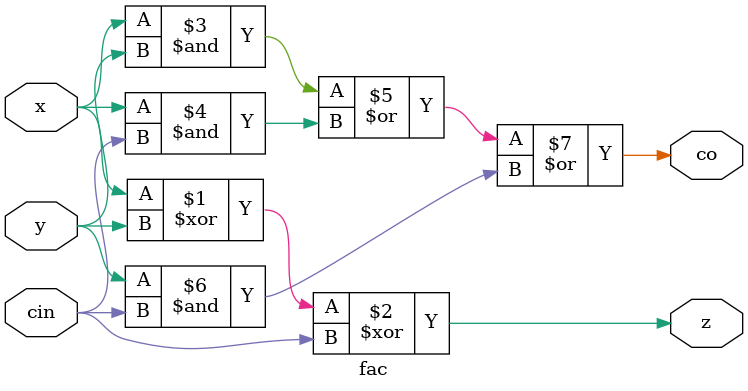
<source format=sv>
module adder #(
  parameter w = 8
)(
  input [w - 1 : 0] x,
  input [w - 1 : 0] y,
  input ci,
  output reg [w - 1 : 0] o,
  output co,
  output overflow
);
  
  genvar i;
  
  wire [w - 1 : 0] cout;
  
  generate
    for(i = 0;i < w;i = i + 1) begin : FAC
      if(i == 0)
        fac Fac(.x(x[i]), .y(y[i]), .z(o[i]), .cin(ci), .co(cout[0]));
      else if(i == w - 1)
        fac Fac(.x(x[i]), .y(y[i]), .z(o[i]), .cin(cout[i - 1]), .co(co));
      else
        fac Fac(.x(x[i]), .y(y[i]), .z(o[i]), .cin(cout[i - 1]), .co(cout[i]));
    end
    
  endgenerate
             
  assign overflow = co;
  
endmodule

module fac (
  input x,
  input y,
  input cin,
  output co,
  output z
);
  
  assign z = (x ^ y) ^ cin;
  assign co = (x & y) | (x & cin) | (y & cin);
  
endmodule
</source>
